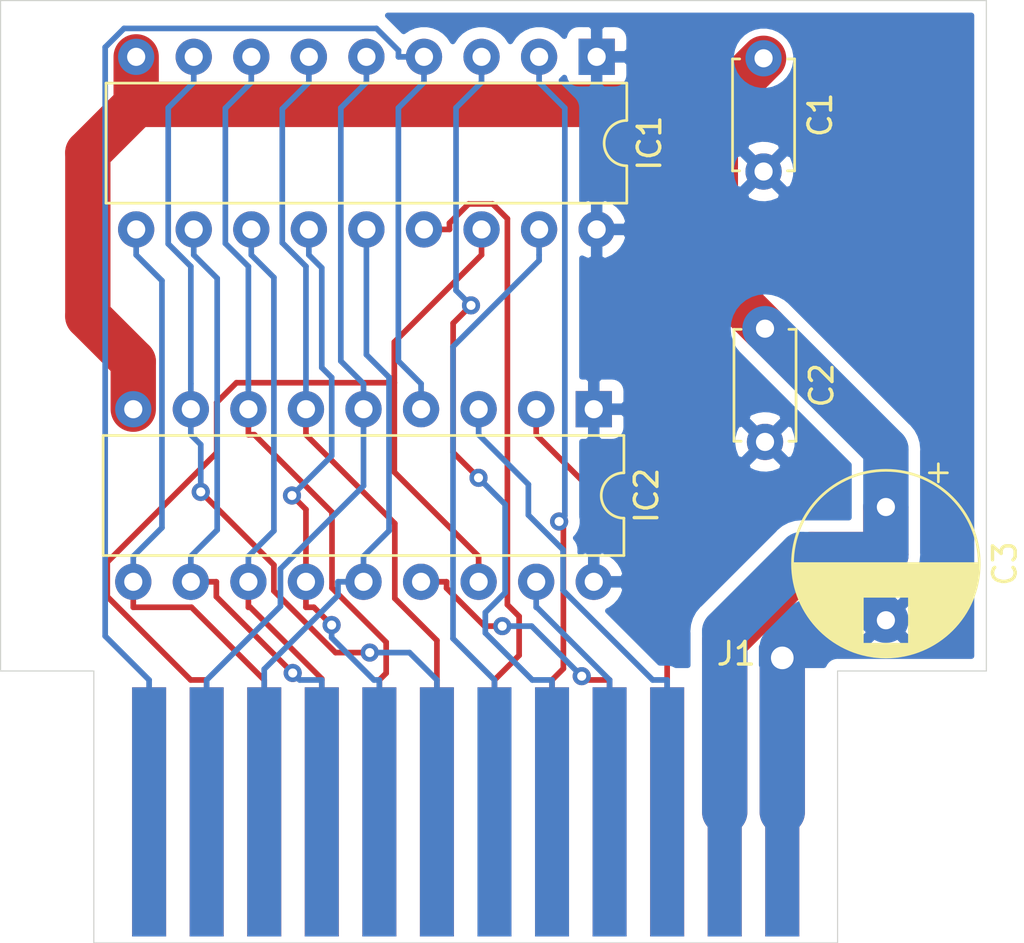
<source format=kicad_pcb>
(kicad_pcb (version 20171130) (host pcbnew "(5.1.5)-3")

  (general
    (thickness 1.6)
    (drawings 8)
    (tracks 235)
    (zones 0)
    (modules 6)
    (nets 22)
  )

  (page A4)
  (layers
    (0 F.Cu signal)
    (31 B.Cu signal)
    (32 B.Adhes user)
    (33 F.Adhes user)
    (34 B.Paste user)
    (35 F.Paste user)
    (36 B.SilkS user)
    (37 F.SilkS user)
    (38 B.Mask user)
    (39 F.Mask user)
    (40 Dwgs.User user)
    (41 Cmts.User user)
    (42 Eco1.User user)
    (43 Eco2.User user)
    (44 Edge.Cuts user)
    (45 Margin user)
    (46 B.CrtYd user)
    (47 F.CrtYd user)
    (48 B.Fab user)
    (49 F.Fab user)
  )

  (setup
    (last_trace_width 0.25)
    (trace_clearance 0.2)
    (zone_clearance 0.508)
    (zone_45_only no)
    (trace_min 0.2)
    (via_size 0.8)
    (via_drill 0.4)
    (via_min_size 0.4)
    (via_min_drill 0.3)
    (uvia_size 0.3)
    (uvia_drill 0.1)
    (uvias_allowed no)
    (uvia_min_size 0.2)
    (uvia_min_drill 0.1)
    (edge_width 0.05)
    (segment_width 0.2)
    (pcb_text_width 0.3)
    (pcb_text_size 1.5 1.5)
    (mod_edge_width 0.12)
    (mod_text_size 1 1)
    (mod_text_width 0.15)
    (pad_size 1.524 1.524)
    (pad_drill 0.762)
    (pad_to_mask_clearance 0.051)
    (solder_mask_min_width 0.25)
    (aux_axis_origin 0 0)
    (visible_elements 7FFFFFFF)
    (pcbplotparams
      (layerselection 0x010fc_ffffffff)
      (usegerberextensions false)
      (usegerberattributes false)
      (usegerberadvancedattributes false)
      (creategerberjobfile false)
      (excludeedgelayer true)
      (linewidth 0.100000)
      (plotframeref false)
      (viasonmask false)
      (mode 1)
      (useauxorigin false)
      (hpglpennumber 1)
      (hpglpenspeed 20)
      (hpglpendiameter 15.000000)
      (psnegative false)
      (psa4output false)
      (plotreference true)
      (plotvalue true)
      (plotinvisibletext false)
      (padsonsilk false)
      (subtractmaskfromsilk false)
      (outputformat 1)
      (mirror false)
      (drillshape 1)
      (scaleselection 1)
      (outputdirectory ""))
  )

  (net 0 "")
  (net 1 GND)
  (net 2 +5V)
  (net 3 1_DQ4)
  (net 4 A4)
  (net 5 _CAS1)
  (net 6 A5)
  (net 7 1_DQ3)
  (net 8 A6)
  (net 9 A0)
  (net 10 _RAS)
  (net 11 A1)
  (net 12 _WE)
  (net 13 A2)
  (net 14 1_DQ2)
  (net 15 A3)
  (net 16 1_DQ1)
  (net 17 A7)
  (net 18 2_DQ4)
  (net 19 2_DQ3)
  (net 20 2_DQ2)
  (net 21 2_DQ1)

  (net_class Default "This is the default net class."
    (clearance 0.2)
    (trace_width 0.25)
    (via_dia 0.8)
    (via_drill 0.4)
    (uvia_dia 0.3)
    (uvia_drill 0.1)
    (add_net 1_DQ1)
    (add_net 1_DQ2)
    (add_net 1_DQ3)
    (add_net 1_DQ4)
    (add_net 2_DQ1)
    (add_net 2_DQ2)
    (add_net 2_DQ3)
    (add_net 2_DQ4)
    (add_net A0)
    (add_net A1)
    (add_net A2)
    (add_net A3)
    (add_net A4)
    (add_net A5)
    (add_net A6)
    (add_net A7)
    (add_net _CAS1)
    (add_net _RAS)
    (add_net _WE)
  )

  (net_class power ""
    (clearance 0.3)
    (trace_width 2)
    (via_dia 2)
    (via_drill 1)
    (uvia_dia 0.4)
    (uvia_drill 0.1)
    (add_net +5V)
    (add_net GND)
  )

  (module Capacitor_THT:C_Disc_D4.7mm_W2.5mm_P5.00mm (layer F.Cu) (tedit 5AE50EF0) (tstamp 6182077E)
    (at 149.733 78.486 270)
    (descr "C, Disc series, Radial, pin pitch=5.00mm, , diameter*width=4.7*2.5mm^2, Capacitor, http://www.vishay.com/docs/45233/krseries.pdf")
    (tags "C Disc series Radial pin pitch 5.00mm  diameter 4.7mm width 2.5mm Capacitor")
    (path /6189B481)
    (fp_text reference C2 (at 2.5 -2.5 90) (layer F.SilkS)
      (effects (font (size 1 1) (thickness 0.15)))
    )
    (fp_text value 100nF (at 2.5 2.5 90) (layer F.Fab)
      (effects (font (size 1 1) (thickness 0.15)))
    )
    (fp_text user %R (at 2.5 -0.127 90) (layer F.Fab)
      (effects (font (size 0.94 0.94) (thickness 0.141)))
    )
    (fp_line (start 6.05 -1.5) (end -1.05 -1.5) (layer F.CrtYd) (width 0.05))
    (fp_line (start 6.05 1.5) (end 6.05 -1.5) (layer F.CrtYd) (width 0.05))
    (fp_line (start -1.05 1.5) (end 6.05 1.5) (layer F.CrtYd) (width 0.05))
    (fp_line (start -1.05 -1.5) (end -1.05 1.5) (layer F.CrtYd) (width 0.05))
    (fp_line (start 4.97 1.055) (end 4.97 1.37) (layer F.SilkS) (width 0.12))
    (fp_line (start 4.97 -1.37) (end 4.97 -1.055) (layer F.SilkS) (width 0.12))
    (fp_line (start 0.03 1.055) (end 0.03 1.37) (layer F.SilkS) (width 0.12))
    (fp_line (start 0.03 -1.37) (end 0.03 -1.055) (layer F.SilkS) (width 0.12))
    (fp_line (start 0.03 1.37) (end 4.97 1.37) (layer F.SilkS) (width 0.12))
    (fp_line (start 0.03 -1.37) (end 4.97 -1.37) (layer F.SilkS) (width 0.12))
    (fp_line (start 4.85 -1.25) (end 0.15 -1.25) (layer F.Fab) (width 0.1))
    (fp_line (start 4.85 1.25) (end 4.85 -1.25) (layer F.Fab) (width 0.1))
    (fp_line (start 0.15 1.25) (end 4.85 1.25) (layer F.Fab) (width 0.1))
    (fp_line (start 0.15 -1.25) (end 0.15 1.25) (layer F.Fab) (width 0.1))
    (pad 2 thru_hole circle (at 5 0 270) (size 1.6 1.6) (drill 0.8) (layers *.Cu *.Mask)
      (net 1 GND))
    (pad 1 thru_hole circle (at 0 0 270) (size 1.6 1.6) (drill 0.8) (layers *.Cu *.Mask)
      (net 2 +5V))
    (model ${KISYS3DMOD}/Capacitor_THT.3dshapes/C_Disc_D4.7mm_W2.5mm_P5.00mm.wrl
      (at (xyz 0 0 0))
      (scale (xyz 1 1 1))
      (rotate (xyz 0 0 0))
    )
  )

  (module Capacitor_THT:C_Disc_D4.7mm_W2.5mm_P5.00mm (layer F.Cu) (tedit 5AE50EF0) (tstamp 61820769)
    (at 149.67 66.548 270)
    (descr "C, Disc series, Radial, pin pitch=5.00mm, , diameter*width=4.7*2.5mm^2, Capacitor, http://www.vishay.com/docs/45233/krseries.pdf")
    (tags "C Disc series Radial pin pitch 5.00mm  diameter 4.7mm width 2.5mm Capacitor")
    (path /6189A399)
    (fp_text reference C1 (at 2.5 -2.5 90) (layer F.SilkS)
      (effects (font (size 1 1) (thickness 0.15)))
    )
    (fp_text value 100nF (at 2.5 2.5 90) (layer F.Fab)
      (effects (font (size 1 1) (thickness 0.15)))
    )
    (fp_text user %R (at 2.9845 -0.444 90) (layer F.Fab)
      (effects (font (size 0.94 0.94) (thickness 0.141)))
    )
    (fp_line (start 6.05 -1.5) (end -1.05 -1.5) (layer F.CrtYd) (width 0.05))
    (fp_line (start 6.05 1.5) (end 6.05 -1.5) (layer F.CrtYd) (width 0.05))
    (fp_line (start -1.05 1.5) (end 6.05 1.5) (layer F.CrtYd) (width 0.05))
    (fp_line (start -1.05 -1.5) (end -1.05 1.5) (layer F.CrtYd) (width 0.05))
    (fp_line (start 4.97 1.055) (end 4.97 1.37) (layer F.SilkS) (width 0.12))
    (fp_line (start 4.97 -1.37) (end 4.97 -1.055) (layer F.SilkS) (width 0.12))
    (fp_line (start 0.03 1.055) (end 0.03 1.37) (layer F.SilkS) (width 0.12))
    (fp_line (start 0.03 -1.37) (end 0.03 -1.055) (layer F.SilkS) (width 0.12))
    (fp_line (start 0.03 1.37) (end 4.97 1.37) (layer F.SilkS) (width 0.12))
    (fp_line (start 0.03 -1.37) (end 4.97 -1.37) (layer F.SilkS) (width 0.12))
    (fp_line (start 4.85 -1.25) (end 0.15 -1.25) (layer F.Fab) (width 0.1))
    (fp_line (start 4.85 1.25) (end 4.85 -1.25) (layer F.Fab) (width 0.1))
    (fp_line (start 0.15 1.25) (end 4.85 1.25) (layer F.Fab) (width 0.1))
    (fp_line (start 0.15 -1.25) (end 0.15 1.25) (layer F.Fab) (width 0.1))
    (pad 2 thru_hole circle (at 5 0 270) (size 1.6 1.6) (drill 0.8) (layers *.Cu *.Mask)
      (net 1 GND))
    (pad 1 thru_hole circle (at 0 0 270) (size 1.6 1.6) (drill 0.8) (layers *.Cu *.Mask)
      (net 2 +5V))
    (model ${KISYS3DMOD}/Capacitor_THT.3dshapes/C_Disc_D4.7mm_W2.5mm_P5.00mm.wrl
      (at (xyz 0 0 0))
      (scale (xyz 1 1 1))
      (rotate (xyz 0 0 0))
    )
  )

  (module Capacitor_THT:CP_Radial_D8.0mm_P5.00mm (layer F.Cu) (tedit 5AE50EF0) (tstamp 61820827)
    (at 155.067 86.36 270)
    (descr "CP, Radial series, Radial, pin pitch=5.00mm, , diameter=8mm, Electrolytic Capacitor")
    (tags "CP Radial series Radial pin pitch 5.00mm  diameter 8mm Electrolytic Capacitor")
    (path /6189BDDE)
    (fp_text reference C3 (at 2.5 -5.25 90) (layer F.SilkS)
      (effects (font (size 1 1) (thickness 0.15)))
    )
    (fp_text value 47uf/16V (at 2.5 5.25 90) (layer F.Fab)
      (effects (font (size 1 1) (thickness 0.15)))
    )
    (fp_text user %R (at 2.5 0 90) (layer F.Fab)
      (effects (font (size 1 1) (thickness 0.15)))
    )
    (fp_line (start -1.509698 -2.715) (end -1.509698 -1.915) (layer F.SilkS) (width 0.12))
    (fp_line (start -1.909698 -2.315) (end -1.109698 -2.315) (layer F.SilkS) (width 0.12))
    (fp_line (start 6.581 -0.533) (end 6.581 0.533) (layer F.SilkS) (width 0.12))
    (fp_line (start 6.541 -0.768) (end 6.541 0.768) (layer F.SilkS) (width 0.12))
    (fp_line (start 6.501 -0.948) (end 6.501 0.948) (layer F.SilkS) (width 0.12))
    (fp_line (start 6.461 -1.098) (end 6.461 1.098) (layer F.SilkS) (width 0.12))
    (fp_line (start 6.421 -1.229) (end 6.421 1.229) (layer F.SilkS) (width 0.12))
    (fp_line (start 6.381 -1.346) (end 6.381 1.346) (layer F.SilkS) (width 0.12))
    (fp_line (start 6.341 -1.453) (end 6.341 1.453) (layer F.SilkS) (width 0.12))
    (fp_line (start 6.301 -1.552) (end 6.301 1.552) (layer F.SilkS) (width 0.12))
    (fp_line (start 6.261 -1.645) (end 6.261 1.645) (layer F.SilkS) (width 0.12))
    (fp_line (start 6.221 -1.731) (end 6.221 1.731) (layer F.SilkS) (width 0.12))
    (fp_line (start 6.181 -1.813) (end 6.181 1.813) (layer F.SilkS) (width 0.12))
    (fp_line (start 6.141 -1.89) (end 6.141 1.89) (layer F.SilkS) (width 0.12))
    (fp_line (start 6.101 -1.964) (end 6.101 1.964) (layer F.SilkS) (width 0.12))
    (fp_line (start 6.061 -2.034) (end 6.061 2.034) (layer F.SilkS) (width 0.12))
    (fp_line (start 6.021 1.04) (end 6.021 2.102) (layer F.SilkS) (width 0.12))
    (fp_line (start 6.021 -2.102) (end 6.021 -1.04) (layer F.SilkS) (width 0.12))
    (fp_line (start 5.981 1.04) (end 5.981 2.166) (layer F.SilkS) (width 0.12))
    (fp_line (start 5.981 -2.166) (end 5.981 -1.04) (layer F.SilkS) (width 0.12))
    (fp_line (start 5.941 1.04) (end 5.941 2.228) (layer F.SilkS) (width 0.12))
    (fp_line (start 5.941 -2.228) (end 5.941 -1.04) (layer F.SilkS) (width 0.12))
    (fp_line (start 5.901 1.04) (end 5.901 2.287) (layer F.SilkS) (width 0.12))
    (fp_line (start 5.901 -2.287) (end 5.901 -1.04) (layer F.SilkS) (width 0.12))
    (fp_line (start 5.861 1.04) (end 5.861 2.345) (layer F.SilkS) (width 0.12))
    (fp_line (start 5.861 -2.345) (end 5.861 -1.04) (layer F.SilkS) (width 0.12))
    (fp_line (start 5.821 1.04) (end 5.821 2.4) (layer F.SilkS) (width 0.12))
    (fp_line (start 5.821 -2.4) (end 5.821 -1.04) (layer F.SilkS) (width 0.12))
    (fp_line (start 5.781 1.04) (end 5.781 2.454) (layer F.SilkS) (width 0.12))
    (fp_line (start 5.781 -2.454) (end 5.781 -1.04) (layer F.SilkS) (width 0.12))
    (fp_line (start 5.741 1.04) (end 5.741 2.505) (layer F.SilkS) (width 0.12))
    (fp_line (start 5.741 -2.505) (end 5.741 -1.04) (layer F.SilkS) (width 0.12))
    (fp_line (start 5.701 1.04) (end 5.701 2.556) (layer F.SilkS) (width 0.12))
    (fp_line (start 5.701 -2.556) (end 5.701 -1.04) (layer F.SilkS) (width 0.12))
    (fp_line (start 5.661 1.04) (end 5.661 2.604) (layer F.SilkS) (width 0.12))
    (fp_line (start 5.661 -2.604) (end 5.661 -1.04) (layer F.SilkS) (width 0.12))
    (fp_line (start 5.621 1.04) (end 5.621 2.651) (layer F.SilkS) (width 0.12))
    (fp_line (start 5.621 -2.651) (end 5.621 -1.04) (layer F.SilkS) (width 0.12))
    (fp_line (start 5.581 1.04) (end 5.581 2.697) (layer F.SilkS) (width 0.12))
    (fp_line (start 5.581 -2.697) (end 5.581 -1.04) (layer F.SilkS) (width 0.12))
    (fp_line (start 5.541 1.04) (end 5.541 2.741) (layer F.SilkS) (width 0.12))
    (fp_line (start 5.541 -2.741) (end 5.541 -1.04) (layer F.SilkS) (width 0.12))
    (fp_line (start 5.501 1.04) (end 5.501 2.784) (layer F.SilkS) (width 0.12))
    (fp_line (start 5.501 -2.784) (end 5.501 -1.04) (layer F.SilkS) (width 0.12))
    (fp_line (start 5.461 1.04) (end 5.461 2.826) (layer F.SilkS) (width 0.12))
    (fp_line (start 5.461 -2.826) (end 5.461 -1.04) (layer F.SilkS) (width 0.12))
    (fp_line (start 5.421 1.04) (end 5.421 2.867) (layer F.SilkS) (width 0.12))
    (fp_line (start 5.421 -2.867) (end 5.421 -1.04) (layer F.SilkS) (width 0.12))
    (fp_line (start 5.381 1.04) (end 5.381 2.907) (layer F.SilkS) (width 0.12))
    (fp_line (start 5.381 -2.907) (end 5.381 -1.04) (layer F.SilkS) (width 0.12))
    (fp_line (start 5.341 1.04) (end 5.341 2.945) (layer F.SilkS) (width 0.12))
    (fp_line (start 5.341 -2.945) (end 5.341 -1.04) (layer F.SilkS) (width 0.12))
    (fp_line (start 5.301 1.04) (end 5.301 2.983) (layer F.SilkS) (width 0.12))
    (fp_line (start 5.301 -2.983) (end 5.301 -1.04) (layer F.SilkS) (width 0.12))
    (fp_line (start 5.261 1.04) (end 5.261 3.019) (layer F.SilkS) (width 0.12))
    (fp_line (start 5.261 -3.019) (end 5.261 -1.04) (layer F.SilkS) (width 0.12))
    (fp_line (start 5.221 1.04) (end 5.221 3.055) (layer F.SilkS) (width 0.12))
    (fp_line (start 5.221 -3.055) (end 5.221 -1.04) (layer F.SilkS) (width 0.12))
    (fp_line (start 5.181 1.04) (end 5.181 3.09) (layer F.SilkS) (width 0.12))
    (fp_line (start 5.181 -3.09) (end 5.181 -1.04) (layer F.SilkS) (width 0.12))
    (fp_line (start 5.141 1.04) (end 5.141 3.124) (layer F.SilkS) (width 0.12))
    (fp_line (start 5.141 -3.124) (end 5.141 -1.04) (layer F.SilkS) (width 0.12))
    (fp_line (start 5.101 1.04) (end 5.101 3.156) (layer F.SilkS) (width 0.12))
    (fp_line (start 5.101 -3.156) (end 5.101 -1.04) (layer F.SilkS) (width 0.12))
    (fp_line (start 5.061 1.04) (end 5.061 3.189) (layer F.SilkS) (width 0.12))
    (fp_line (start 5.061 -3.189) (end 5.061 -1.04) (layer F.SilkS) (width 0.12))
    (fp_line (start 5.021 1.04) (end 5.021 3.22) (layer F.SilkS) (width 0.12))
    (fp_line (start 5.021 -3.22) (end 5.021 -1.04) (layer F.SilkS) (width 0.12))
    (fp_line (start 4.981 1.04) (end 4.981 3.25) (layer F.SilkS) (width 0.12))
    (fp_line (start 4.981 -3.25) (end 4.981 -1.04) (layer F.SilkS) (width 0.12))
    (fp_line (start 4.941 1.04) (end 4.941 3.28) (layer F.SilkS) (width 0.12))
    (fp_line (start 4.941 -3.28) (end 4.941 -1.04) (layer F.SilkS) (width 0.12))
    (fp_line (start 4.901 1.04) (end 4.901 3.309) (layer F.SilkS) (width 0.12))
    (fp_line (start 4.901 -3.309) (end 4.901 -1.04) (layer F.SilkS) (width 0.12))
    (fp_line (start 4.861 1.04) (end 4.861 3.338) (layer F.SilkS) (width 0.12))
    (fp_line (start 4.861 -3.338) (end 4.861 -1.04) (layer F.SilkS) (width 0.12))
    (fp_line (start 4.821 1.04) (end 4.821 3.365) (layer F.SilkS) (width 0.12))
    (fp_line (start 4.821 -3.365) (end 4.821 -1.04) (layer F.SilkS) (width 0.12))
    (fp_line (start 4.781 1.04) (end 4.781 3.392) (layer F.SilkS) (width 0.12))
    (fp_line (start 4.781 -3.392) (end 4.781 -1.04) (layer F.SilkS) (width 0.12))
    (fp_line (start 4.741 1.04) (end 4.741 3.418) (layer F.SilkS) (width 0.12))
    (fp_line (start 4.741 -3.418) (end 4.741 -1.04) (layer F.SilkS) (width 0.12))
    (fp_line (start 4.701 1.04) (end 4.701 3.444) (layer F.SilkS) (width 0.12))
    (fp_line (start 4.701 -3.444) (end 4.701 -1.04) (layer F.SilkS) (width 0.12))
    (fp_line (start 4.661 1.04) (end 4.661 3.469) (layer F.SilkS) (width 0.12))
    (fp_line (start 4.661 -3.469) (end 4.661 -1.04) (layer F.SilkS) (width 0.12))
    (fp_line (start 4.621 1.04) (end 4.621 3.493) (layer F.SilkS) (width 0.12))
    (fp_line (start 4.621 -3.493) (end 4.621 -1.04) (layer F.SilkS) (width 0.12))
    (fp_line (start 4.581 1.04) (end 4.581 3.517) (layer F.SilkS) (width 0.12))
    (fp_line (start 4.581 -3.517) (end 4.581 -1.04) (layer F.SilkS) (width 0.12))
    (fp_line (start 4.541 1.04) (end 4.541 3.54) (layer F.SilkS) (width 0.12))
    (fp_line (start 4.541 -3.54) (end 4.541 -1.04) (layer F.SilkS) (width 0.12))
    (fp_line (start 4.501 1.04) (end 4.501 3.562) (layer F.SilkS) (width 0.12))
    (fp_line (start 4.501 -3.562) (end 4.501 -1.04) (layer F.SilkS) (width 0.12))
    (fp_line (start 4.461 1.04) (end 4.461 3.584) (layer F.SilkS) (width 0.12))
    (fp_line (start 4.461 -3.584) (end 4.461 -1.04) (layer F.SilkS) (width 0.12))
    (fp_line (start 4.421 1.04) (end 4.421 3.606) (layer F.SilkS) (width 0.12))
    (fp_line (start 4.421 -3.606) (end 4.421 -1.04) (layer F.SilkS) (width 0.12))
    (fp_line (start 4.381 1.04) (end 4.381 3.627) (layer F.SilkS) (width 0.12))
    (fp_line (start 4.381 -3.627) (end 4.381 -1.04) (layer F.SilkS) (width 0.12))
    (fp_line (start 4.341 1.04) (end 4.341 3.647) (layer F.SilkS) (width 0.12))
    (fp_line (start 4.341 -3.647) (end 4.341 -1.04) (layer F.SilkS) (width 0.12))
    (fp_line (start 4.301 1.04) (end 4.301 3.666) (layer F.SilkS) (width 0.12))
    (fp_line (start 4.301 -3.666) (end 4.301 -1.04) (layer F.SilkS) (width 0.12))
    (fp_line (start 4.261 1.04) (end 4.261 3.686) (layer F.SilkS) (width 0.12))
    (fp_line (start 4.261 -3.686) (end 4.261 -1.04) (layer F.SilkS) (width 0.12))
    (fp_line (start 4.221 1.04) (end 4.221 3.704) (layer F.SilkS) (width 0.12))
    (fp_line (start 4.221 -3.704) (end 4.221 -1.04) (layer F.SilkS) (width 0.12))
    (fp_line (start 4.181 1.04) (end 4.181 3.722) (layer F.SilkS) (width 0.12))
    (fp_line (start 4.181 -3.722) (end 4.181 -1.04) (layer F.SilkS) (width 0.12))
    (fp_line (start 4.141 1.04) (end 4.141 3.74) (layer F.SilkS) (width 0.12))
    (fp_line (start 4.141 -3.74) (end 4.141 -1.04) (layer F.SilkS) (width 0.12))
    (fp_line (start 4.101 1.04) (end 4.101 3.757) (layer F.SilkS) (width 0.12))
    (fp_line (start 4.101 -3.757) (end 4.101 -1.04) (layer F.SilkS) (width 0.12))
    (fp_line (start 4.061 1.04) (end 4.061 3.774) (layer F.SilkS) (width 0.12))
    (fp_line (start 4.061 -3.774) (end 4.061 -1.04) (layer F.SilkS) (width 0.12))
    (fp_line (start 4.021 1.04) (end 4.021 3.79) (layer F.SilkS) (width 0.12))
    (fp_line (start 4.021 -3.79) (end 4.021 -1.04) (layer F.SilkS) (width 0.12))
    (fp_line (start 3.981 1.04) (end 3.981 3.805) (layer F.SilkS) (width 0.12))
    (fp_line (start 3.981 -3.805) (end 3.981 -1.04) (layer F.SilkS) (width 0.12))
    (fp_line (start 3.941 -3.821) (end 3.941 3.821) (layer F.SilkS) (width 0.12))
    (fp_line (start 3.901 -3.835) (end 3.901 3.835) (layer F.SilkS) (width 0.12))
    (fp_line (start 3.861 -3.85) (end 3.861 3.85) (layer F.SilkS) (width 0.12))
    (fp_line (start 3.821 -3.863) (end 3.821 3.863) (layer F.SilkS) (width 0.12))
    (fp_line (start 3.781 -3.877) (end 3.781 3.877) (layer F.SilkS) (width 0.12))
    (fp_line (start 3.741 -3.889) (end 3.741 3.889) (layer F.SilkS) (width 0.12))
    (fp_line (start 3.701 -3.902) (end 3.701 3.902) (layer F.SilkS) (width 0.12))
    (fp_line (start 3.661 -3.914) (end 3.661 3.914) (layer F.SilkS) (width 0.12))
    (fp_line (start 3.621 -3.925) (end 3.621 3.925) (layer F.SilkS) (width 0.12))
    (fp_line (start 3.581 -3.936) (end 3.581 3.936) (layer F.SilkS) (width 0.12))
    (fp_line (start 3.541 -3.947) (end 3.541 3.947) (layer F.SilkS) (width 0.12))
    (fp_line (start 3.501 -3.957) (end 3.501 3.957) (layer F.SilkS) (width 0.12))
    (fp_line (start 3.461 -3.967) (end 3.461 3.967) (layer F.SilkS) (width 0.12))
    (fp_line (start 3.421 -3.976) (end 3.421 3.976) (layer F.SilkS) (width 0.12))
    (fp_line (start 3.381 -3.985) (end 3.381 3.985) (layer F.SilkS) (width 0.12))
    (fp_line (start 3.341 -3.994) (end 3.341 3.994) (layer F.SilkS) (width 0.12))
    (fp_line (start 3.301 -4.002) (end 3.301 4.002) (layer F.SilkS) (width 0.12))
    (fp_line (start 3.261 -4.01) (end 3.261 4.01) (layer F.SilkS) (width 0.12))
    (fp_line (start 3.221 -4.017) (end 3.221 4.017) (layer F.SilkS) (width 0.12))
    (fp_line (start 3.18 -4.024) (end 3.18 4.024) (layer F.SilkS) (width 0.12))
    (fp_line (start 3.14 -4.03) (end 3.14 4.03) (layer F.SilkS) (width 0.12))
    (fp_line (start 3.1 -4.037) (end 3.1 4.037) (layer F.SilkS) (width 0.12))
    (fp_line (start 3.06 -4.042) (end 3.06 4.042) (layer F.SilkS) (width 0.12))
    (fp_line (start 3.02 -4.048) (end 3.02 4.048) (layer F.SilkS) (width 0.12))
    (fp_line (start 2.98 -4.052) (end 2.98 4.052) (layer F.SilkS) (width 0.12))
    (fp_line (start 2.94 -4.057) (end 2.94 4.057) (layer F.SilkS) (width 0.12))
    (fp_line (start 2.9 -4.061) (end 2.9 4.061) (layer F.SilkS) (width 0.12))
    (fp_line (start 2.86 -4.065) (end 2.86 4.065) (layer F.SilkS) (width 0.12))
    (fp_line (start 2.82 -4.068) (end 2.82 4.068) (layer F.SilkS) (width 0.12))
    (fp_line (start 2.78 -4.071) (end 2.78 4.071) (layer F.SilkS) (width 0.12))
    (fp_line (start 2.74 -4.074) (end 2.74 4.074) (layer F.SilkS) (width 0.12))
    (fp_line (start 2.7 -4.076) (end 2.7 4.076) (layer F.SilkS) (width 0.12))
    (fp_line (start 2.66 -4.077) (end 2.66 4.077) (layer F.SilkS) (width 0.12))
    (fp_line (start 2.62 -4.079) (end 2.62 4.079) (layer F.SilkS) (width 0.12))
    (fp_line (start 2.58 -4.08) (end 2.58 4.08) (layer F.SilkS) (width 0.12))
    (fp_line (start 2.54 -4.08) (end 2.54 4.08) (layer F.SilkS) (width 0.12))
    (fp_line (start 2.5 -4.08) (end 2.5 4.08) (layer F.SilkS) (width 0.12))
    (fp_line (start -0.526759 -2.1475) (end -0.526759 -1.3475) (layer F.Fab) (width 0.1))
    (fp_line (start -0.926759 -1.7475) (end -0.126759 -1.7475) (layer F.Fab) (width 0.1))
    (fp_circle (center 2.5 0) (end 6.75 0) (layer F.CrtYd) (width 0.05))
    (fp_circle (center 2.5 0) (end 6.62 0) (layer F.SilkS) (width 0.12))
    (fp_circle (center 2.5 0) (end 6.5 0) (layer F.Fab) (width 0.1))
    (pad 2 thru_hole circle (at 5 0 270) (size 1.6 1.6) (drill 0.8) (layers *.Cu *.Mask)
      (net 1 GND))
    (pad 1 thru_hole rect (at 0 0 270) (size 1.6 1.6) (drill 0.8) (layers *.Cu *.Mask)
      (net 2 +5V))
    (model ${KISYS3DMOD}/Capacitor_THT.3dshapes/CP_Radial_D8.0mm_P5.00mm.wrl
      (at (xyz 0 0 0))
      (scale (xyz 1 1 1))
      (rotate (xyz 0 0 0))
    )
  )

  (module "msx cartridge:msx_vram_expansion" (layer F.Cu) (tedit 61819B2D) (tstamp 6182029F)
    (at 136.451 99.8957)
    (path /61834C72)
    (fp_text reference J1 (at 12.01166 -7.05866) (layer F.SilkS)
      (effects (font (size 1 1) (thickness 0.15)))
    )
    (fp_text value Conn_02x12_edgeconn_vram (at 0 -7.62) (layer F.Fab)
      (effects (font (size 1 1) (thickness 0.15)))
    )
    (pad B9 connect rect (at 6.42366 -0.07366) (size 1.5 11) (layers F.Cu F.Mask)
      (net 19 2_DQ3))
    (pad B10 connect rect (at 8.96366 -0.07366) (size 1.5 11) (layers F.Cu F.Mask)
      (net 21 2_DQ1))
    (pad B11 connect rect (at 11.50366 -0.07366) (size 1.5 11) (layers F.Cu F.Mask)
      (net 2 +5V))
    (pad B12 connect rect (at 14.04366 -0.07366) (size 1.5 11) (layers F.Cu F.Mask)
      (net 1 GND))
    (pad B8 connect rect (at 3.88366 -0.07366) (size 1.5 11) (layers F.Cu F.Mask)
      (net 16 1_DQ1))
    (pad B7 connect rect (at 1.34366 -0.07366) (size 1.5 11) (layers F.Cu F.Mask)
      (net 7 1_DQ3))
    (pad B6 connect rect (at -1.19634 -0.07366) (size 1.5 11) (layers F.Cu F.Mask)
      (net 8 A6))
    (pad B5 connect rect (at -3.73634 -0.07366) (size 1.5 11) (layers F.Cu F.Mask)
      (net 6 A5))
    (pad B4 connect rect (at -6.27634 -0.07366) (size 1.5 11) (layers F.Cu F.Mask)
      (net 13 A2))
    (pad B3 connect rect (at -8.81634 -0.07366) (size 1.5 11) (layers F.Cu F.Mask)
      (net 17 A7))
    (pad B2 connect rect (at -11.35634 -0.07366) (size 1.5 11) (layers F.Cu F.Mask)
      (net 5 _CAS1))
    (pad B1 connect rect (at -13.89634 -0.07366) (size 1.5 11) (layers F.Cu F.Mask))
    (pad A1 connect rect (at -13.89634 -0.07366) (size 1.5 11) (layers B.Cu B.Mask)
      (net 12 _WE))
    (pad A2 connect rect (at -11.35634 -0.07366) (size 1.5 11) (layers B.Cu B.Mask)
      (net 10 _RAS))
    (pad A3 connect rect (at -8.81634 -0.07366) (size 1.5 11) (layers B.Cu B.Mask)
      (net 9 A0))
    (pad A4 connect rect (at -6.27634 -0.07366) (size 1.5 11) (layers B.Cu B.Mask)
      (net 15 A3))
    (pad A5 connect rect (at -3.73634 -0.07366) (size 1.5 11) (layers B.Cu B.Mask)
      (net 11 A1))
    (pad A6 connect rect (at -1.19634 -0.07366) (size 1.5 11) (layers B.Cu B.Mask)
      (net 4 A4))
    (pad A7 connect rect (at 1.34366 -0.07366) (size 1.5 11) (layers B.Cu B.Mask)
      (net 3 1_DQ4))
    (pad A8 connect rect (at 3.88366 -0.07366) (size 1.5 11) (layers B.Cu B.Mask)
      (net 14 1_DQ2))
    (pad A9 connect rect (at 6.42366 -0.07366) (size 1.5 11) (layers B.Cu B.Mask)
      (net 18 2_DQ4))
    (pad A10 connect rect (at 8.96366 -0.07366) (size 1.5 11) (layers B.Cu B.Mask)
      (net 20 2_DQ2))
    (pad A11 connect rect (at 11.50366 -0.07366) (size 1.5 11) (layers B.Cu B.Mask)
      (net 2 +5V))
    (pad A12 connect rect (at 14.04366 -0.07366) (size 1.5 11) (layers B.Cu B.Mask)
      (net 1 GND))
  )

  (module Package_DIP:DIP-18_W7.62mm (layer F.Cu) (tedit 5A02E8C5) (tstamp 61820283)
    (at 142.176 82.042 270)
    (descr "18-lead though-hole mounted DIP package, row spacing 7.62 mm (300 mils)")
    (tags "THT DIP DIL PDIP 2.54mm 7.62mm 300mil")
    (path /61836B95)
    (fp_text reference IC2 (at 3.81 -2.33 90) (layer F.SilkS)
      (effects (font (size 1 1) (thickness 0.15)))
    )
    (fp_text value DRAM_4464 (at 3.81 22.65 90) (layer F.Fab)
      (effects (font (size 1 1) (thickness 0.15)))
    )
    (fp_text user %R (at 3.81 10.16 90) (layer F.Fab)
      (effects (font (size 1 1) (thickness 0.15)))
    )
    (fp_line (start 8.7 -1.55) (end -1.1 -1.55) (layer F.CrtYd) (width 0.05))
    (fp_line (start 8.7 21.85) (end 8.7 -1.55) (layer F.CrtYd) (width 0.05))
    (fp_line (start -1.1 21.85) (end 8.7 21.85) (layer F.CrtYd) (width 0.05))
    (fp_line (start -1.1 -1.55) (end -1.1 21.85) (layer F.CrtYd) (width 0.05))
    (fp_line (start 6.46 -1.33) (end 4.81 -1.33) (layer F.SilkS) (width 0.12))
    (fp_line (start 6.46 21.65) (end 6.46 -1.33) (layer F.SilkS) (width 0.12))
    (fp_line (start 1.16 21.65) (end 6.46 21.65) (layer F.SilkS) (width 0.12))
    (fp_line (start 1.16 -1.33) (end 1.16 21.65) (layer F.SilkS) (width 0.12))
    (fp_line (start 2.81 -1.33) (end 1.16 -1.33) (layer F.SilkS) (width 0.12))
    (fp_line (start 0.635 -0.27) (end 1.635 -1.27) (layer F.Fab) (width 0.1))
    (fp_line (start 0.635 21.59) (end 0.635 -0.27) (layer F.Fab) (width 0.1))
    (fp_line (start 6.985 21.59) (end 0.635 21.59) (layer F.Fab) (width 0.1))
    (fp_line (start 6.985 -1.27) (end 6.985 21.59) (layer F.Fab) (width 0.1))
    (fp_line (start 1.635 -1.27) (end 6.985 -1.27) (layer F.Fab) (width 0.1))
    (fp_arc (start 3.81 -1.33) (end 2.81 -1.33) (angle -180) (layer F.SilkS) (width 0.12))
    (pad 18 thru_hole oval (at 7.62 0 270) (size 1.6 1.6) (drill 0.8) (layers *.Cu *.Mask)
      (net 1 GND))
    (pad 9 thru_hole oval (at 0 20.32 270) (size 1.6 1.6) (drill 0.8) (layers *.Cu *.Mask)
      (net 2 +5V))
    (pad 17 thru_hole oval (at 7.62 2.54 270) (size 1.6 1.6) (drill 0.8) (layers *.Cu *.Mask)
      (net 18 2_DQ4))
    (pad 8 thru_hole oval (at 0 17.78 270) (size 1.6 1.6) (drill 0.8) (layers *.Cu *.Mask)
      (net 4 A4))
    (pad 16 thru_hole oval (at 7.62 5.08 270) (size 1.6 1.6) (drill 0.8) (layers *.Cu *.Mask)
      (net 5 _CAS1))
    (pad 7 thru_hole oval (at 0 15.24 270) (size 1.6 1.6) (drill 0.8) (layers *.Cu *.Mask)
      (net 6 A5))
    (pad 15 thru_hole oval (at 7.62 7.62 270) (size 1.6 1.6) (drill 0.8) (layers *.Cu *.Mask)
      (net 19 2_DQ3))
    (pad 6 thru_hole oval (at 0 12.7 270) (size 1.6 1.6) (drill 0.8) (layers *.Cu *.Mask)
      (net 8 A6))
    (pad 14 thru_hole oval (at 7.62 10.16 270) (size 1.6 1.6) (drill 0.8) (layers *.Cu *.Mask)
      (net 9 A0))
    (pad 5 thru_hole oval (at 0 10.16 270) (size 1.6 1.6) (drill 0.8) (layers *.Cu *.Mask)
      (net 10 _RAS))
    (pad 13 thru_hole oval (at 7.62 12.7 270) (size 1.6 1.6) (drill 0.8) (layers *.Cu *.Mask)
      (net 11 A1))
    (pad 4 thru_hole oval (at 0 7.62 270) (size 1.6 1.6) (drill 0.8) (layers *.Cu *.Mask)
      (net 12 _WE))
    (pad 12 thru_hole oval (at 7.62 15.24 270) (size 1.6 1.6) (drill 0.8) (layers *.Cu *.Mask)
      (net 13 A2))
    (pad 3 thru_hole oval (at 0 5.08 270) (size 1.6 1.6) (drill 0.8) (layers *.Cu *.Mask)
      (net 20 2_DQ2))
    (pad 11 thru_hole oval (at 7.62 17.78 270) (size 1.6 1.6) (drill 0.8) (layers *.Cu *.Mask)
      (net 15 A3))
    (pad 2 thru_hole oval (at 0 2.54 270) (size 1.6 1.6) (drill 0.8) (layers *.Cu *.Mask)
      (net 21 2_DQ1))
    (pad 10 thru_hole oval (at 7.62 20.32 270) (size 1.6 1.6) (drill 0.8) (layers *.Cu *.Mask)
      (net 17 A7))
    (pad 1 thru_hole rect (at 0 0 270) (size 1.6 1.6) (drill 0.8) (layers *.Cu *.Mask)
      (net 1 GND))
    (model ${KISYS3DMOD}/Package_DIP.3dshapes/DIP-18_W7.62mm.wrl
      (at (xyz 0 0 0))
      (scale (xyz 1 1 1))
      (rotate (xyz 0 0 0))
    )
  )

  (module Package_DIP:DIP-18_W7.62mm (layer F.Cu) (tedit 5A02E8C5) (tstamp 6182025D)
    (at 142.304 66.4845 270)
    (descr "18-lead though-hole mounted DIP package, row spacing 7.62 mm (300 mils)")
    (tags "THT DIP DIL PDIP 2.54mm 7.62mm 300mil")
    (path /618358EC)
    (fp_text reference IC1 (at 3.81 -2.33 90) (layer F.SilkS)
      (effects (font (size 1 1) (thickness 0.15)))
    )
    (fp_text value DRAM_4464 (at 3.81 22.65 90) (layer F.Fab)
      (effects (font (size 1 1) (thickness 0.15)))
    )
    (fp_text user %R (at 3.81 10.16 90) (layer F.Fab)
      (effects (font (size 1 1) (thickness 0.15)))
    )
    (fp_line (start 8.7 -1.55) (end -1.1 -1.55) (layer F.CrtYd) (width 0.05))
    (fp_line (start 8.7 21.85) (end 8.7 -1.55) (layer F.CrtYd) (width 0.05))
    (fp_line (start -1.1 21.85) (end 8.7 21.85) (layer F.CrtYd) (width 0.05))
    (fp_line (start -1.1 -1.55) (end -1.1 21.85) (layer F.CrtYd) (width 0.05))
    (fp_line (start 6.46 -1.33) (end 4.81 -1.33) (layer F.SilkS) (width 0.12))
    (fp_line (start 6.46 21.65) (end 6.46 -1.33) (layer F.SilkS) (width 0.12))
    (fp_line (start 1.16 21.65) (end 6.46 21.65) (layer F.SilkS) (width 0.12))
    (fp_line (start 1.16 -1.33) (end 1.16 21.65) (layer F.SilkS) (width 0.12))
    (fp_line (start 2.81 -1.33) (end 1.16 -1.33) (layer F.SilkS) (width 0.12))
    (fp_line (start 0.635 -0.27) (end 1.635 -1.27) (layer F.Fab) (width 0.1))
    (fp_line (start 0.635 21.59) (end 0.635 -0.27) (layer F.Fab) (width 0.1))
    (fp_line (start 6.985 21.59) (end 0.635 21.59) (layer F.Fab) (width 0.1))
    (fp_line (start 6.985 -1.27) (end 6.985 21.59) (layer F.Fab) (width 0.1))
    (fp_line (start 1.635 -1.27) (end 6.985 -1.27) (layer F.Fab) (width 0.1))
    (fp_arc (start 3.81 -1.33) (end 2.81 -1.33) (angle -180) (layer F.SilkS) (width 0.12))
    (pad 18 thru_hole oval (at 7.62 0 270) (size 1.6 1.6) (drill 0.8) (layers *.Cu *.Mask)
      (net 1 GND))
    (pad 9 thru_hole oval (at 0 20.32 270) (size 1.6 1.6) (drill 0.8) (layers *.Cu *.Mask)
      (net 2 +5V))
    (pad 17 thru_hole oval (at 7.62 2.54 270) (size 1.6 1.6) (drill 0.8) (layers *.Cu *.Mask)
      (net 3 1_DQ4))
    (pad 8 thru_hole oval (at 0 17.78 270) (size 1.6 1.6) (drill 0.8) (layers *.Cu *.Mask)
      (net 4 A4))
    (pad 16 thru_hole oval (at 7.62 5.08 270) (size 1.6 1.6) (drill 0.8) (layers *.Cu *.Mask)
      (net 5 _CAS1))
    (pad 7 thru_hole oval (at 0 15.24 270) (size 1.6 1.6) (drill 0.8) (layers *.Cu *.Mask)
      (net 6 A5))
    (pad 15 thru_hole oval (at 7.62 7.62 270) (size 1.6 1.6) (drill 0.8) (layers *.Cu *.Mask)
      (net 7 1_DQ3))
    (pad 6 thru_hole oval (at 0 12.7 270) (size 1.6 1.6) (drill 0.8) (layers *.Cu *.Mask)
      (net 8 A6))
    (pad 14 thru_hole oval (at 7.62 10.16 270) (size 1.6 1.6) (drill 0.8) (layers *.Cu *.Mask)
      (net 9 A0))
    (pad 5 thru_hole oval (at 0 10.16 270) (size 1.6 1.6) (drill 0.8) (layers *.Cu *.Mask)
      (net 10 _RAS))
    (pad 13 thru_hole oval (at 7.62 12.7 270) (size 1.6 1.6) (drill 0.8) (layers *.Cu *.Mask)
      (net 11 A1))
    (pad 4 thru_hole oval (at 0 7.62 270) (size 1.6 1.6) (drill 0.8) (layers *.Cu *.Mask)
      (net 12 _WE))
    (pad 12 thru_hole oval (at 7.62 15.24 270) (size 1.6 1.6) (drill 0.8) (layers *.Cu *.Mask)
      (net 13 A2))
    (pad 3 thru_hole oval (at 0 5.08 270) (size 1.6 1.6) (drill 0.8) (layers *.Cu *.Mask)
      (net 14 1_DQ2))
    (pad 11 thru_hole oval (at 7.62 17.78 270) (size 1.6 1.6) (drill 0.8) (layers *.Cu *.Mask)
      (net 15 A3))
    (pad 2 thru_hole oval (at 0 2.54 270) (size 1.6 1.6) (drill 0.8) (layers *.Cu *.Mask)
      (net 16 1_DQ1))
    (pad 10 thru_hole oval (at 7.62 20.32 270) (size 1.6 1.6) (drill 0.8) (layers *.Cu *.Mask)
      (net 17 A7))
    (pad 1 thru_hole rect (at 0 0 270) (size 1.6 1.6) (drill 0.8) (layers *.Cu *.Mask)
      (net 1 GND))
    (model ${KISYS3DMOD}/Package_DIP.3dshapes/DIP-18_W7.62mm.wrl
      (at (xyz 0 0 0))
      (scale (xyz 1 1 1))
      (rotate (xyz 0 0 0))
    )
  )

  (gr_line (start 120.115 93.6) (end 120.115 105.6) (layer Edge.Cuts) (width 0.05) (tstamp 61820C8B))
  (gr_line (start 116 93.6) (end 120.115 93.6) (layer Edge.Cuts) (width 0.05))
  (gr_line (start 116 64) (end 116 93.6) (layer Edge.Cuts) (width 0.05))
  (gr_line (start 159.5 64) (end 116 64) (layer Edge.Cuts) (width 0.05))
  (gr_line (start 159.5 93.6) (end 159.5 64) (layer Edge.Cuts) (width 0.05))
  (gr_line (start 152.935 93.6) (end 159.5 93.6) (layer Edge.Cuts) (width 0.05))
  (gr_line (start 152.935 105.6) (end 152.935 93.6) (layer Edge.Cuts) (width 0.05))
  (gr_line (start 120.115 105.6) (end 152.935 105.6) (layer Edge.Cuts) (width 0.05))

  (segment (start 154.473 90.766) (end 155.067 91.36) (width 2) (layer B.Cu) (net 1))
  (segment (start 151.6248 91.4345) (end 150.4947 92.5646) (width 2) (layer B.Cu) (net 1))
  (segment (start 150.4947 92.5646) (end 150.4947 93.0217) (width 2) (layer B.Cu) (net 1))
  (segment (start 150.4947 99.822) (end 150.4947 93.0217) (width 2) (layer B.Cu) (net 1))
  (segment (start 150.4947 99.822) (end 150.4947 93.0217) (width 2) (layer F.Cu) (net 1))
  (via (at 150.4947 93.0217) (size 2) (drill 1) (layers F.Cu B.Cu) (net 1))
  (segment (start 121.856 82.042) (end 121.856 79.9417) (width 2) (layer F.Cu) (net 2))
  (segment (start 121.856 79.9417) (end 119.8504 77.9361) (width 2) (layer F.Cu) (net 2))
  (segment (start 119.8504 77.9361) (end 119.8504 70.7184) (width 2) (layer F.Cu) (net 2))
  (segment (start 119.8504 70.7184) (end 121.984 68.5848) (width 2) (layer F.Cu) (net 2))
  (segment (start 121.984 66.4845) (end 121.984 68.5848) (width 2) (layer F.Cu) (net 2))
  (segment (start 147.5412 68.5848) (end 147.6332 68.5848) (width 2) (layer F.Cu) (net 2))
  (segment (start 147.6332 68.5848) (end 149.67 66.548) (width 2) (layer F.Cu) (net 2))
  (segment (start 149.733 78.486) (end 147.5412 76.2942) (width 2) (layer F.Cu) (net 2))
  (segment (start 147.5412 76.2942) (end 147.5412 68.5848) (width 2) (layer F.Cu) (net 2))
  (segment (start 121.984 68.5848) (end 147.5412 68.5848) (width 2) (layer F.Cu) (net 2))
  (segment (start 155.067 88.4603) (end 151.786 88.4603) (width 2) (layer F.Cu) (net 2))
  (segment (start 151.786 88.4603) (end 147.9547 92.2916) (width 2) (layer F.Cu) (net 2))
  (segment (start 147.9547 92.2916) (end 147.9547 93.0217) (width 2) (layer F.Cu) (net 2))
  (segment (start 155.067 88.4603) (end 151.3459 88.4603) (width 2) (layer B.Cu) (net 2))
  (segment (start 151.3459 88.4603) (end 147.9547 91.8515) (width 2) (layer B.Cu) (net 2))
  (segment (start 147.9547 91.8515) (end 147.9547 93.0217) (width 2) (layer B.Cu) (net 2))
  (segment (start 147.9547 99.822) (end 147.9547 93.0217) (width 2) (layer B.Cu) (net 2))
  (segment (start 155.067 86.36) (end 155.067 88.4603) (width 2) (layer B.Cu) (net 2))
  (segment (start 149.733 78.486) (end 155.067 83.82) (width 2) (layer B.Cu) (net 2))
  (segment (start 155.067 83.82) (end 155.067 86.36) (width 2) (layer B.Cu) (net 2))
  (segment (start 147.9547 99.822) (end 147.9547 93.0217) (width 2) (layer F.Cu) (net 2))
  (segment (start 155.067 86.36) (end 155.067 88.4603) (width 2) (layer F.Cu) (net 2))
  (segment (start 137.7947 93.9967) (end 135.9657 92.1677) (width 0.25) (layer B.Cu) (net 3))
  (segment (start 135.9657 92.1677) (end 135.9657 79.2777) (width 0.25) (layer B.Cu) (net 3))
  (segment (start 135.9657 79.2777) (end 139.764 75.4794) (width 0.25) (layer B.Cu) (net 3))
  (segment (start 139.764 75.4794) (end 139.764 75.2298) (width 0.25) (layer B.Cu) (net 3))
  (segment (start 137.7947 99.822) (end 137.7947 93.9967) (width 0.25) (layer B.Cu) (net 3))
  (segment (start 139.764 74.1045) (end 139.764 75.2298) (width 0.25) (layer B.Cu) (net 3))
  (segment (start 124.396 82.042) (end 124.396 83.1673) (width 0.25) (layer B.Cu) (net 4))
  (segment (start 124.396 83.1673) (end 124.8339 83.6052) (width 0.25) (layer B.Cu) (net 4))
  (segment (start 124.8339 83.6052) (end 124.8339 85.6928) (width 0.25) (layer B.Cu) (net 4))
  (segment (start 124.396 81.4793) (end 124.396 82.042) (width 0.25) (layer B.Cu) (net 4))
  (segment (start 135.2547 99.822) (end 135.2547 93.9967) (width 0.25) (layer B.Cu) (net 4))
  (segment (start 132.2903 92.7871) (end 134.0451 92.7871) (width 0.25) (layer B.Cu) (net 4))
  (segment (start 134.0451 92.7871) (end 135.2547 93.9967) (width 0.25) (layer B.Cu) (net 4))
  (segment (start 124.8339 85.6928) (end 128.0614 88.9203) (width 0.25) (layer F.Cu) (net 4))
  (segment (start 128.0614 88.9203) (end 128.0614 90.0667) (width 0.25) (layer F.Cu) (net 4))
  (segment (start 128.0614 90.0667) (end 130.7818 92.7871) (width 0.25) (layer F.Cu) (net 4))
  (segment (start 130.7818 92.7871) (end 132.2903 92.7871) (width 0.25) (layer F.Cu) (net 4))
  (segment (start 124.396 80.9167) (end 124.396 75.7387) (width 0.25) (layer B.Cu) (net 4))
  (segment (start 124.396 75.7387) (end 123.3981 74.7408) (width 0.25) (layer B.Cu) (net 4))
  (segment (start 123.3981 74.7408) (end 123.3981 68.7357) (width 0.25) (layer B.Cu) (net 4))
  (segment (start 123.3981 68.7357) (end 124.524 67.6098) (width 0.25) (layer B.Cu) (net 4))
  (segment (start 124.396 81.4793) (end 124.396 80.9167) (width 0.25) (layer B.Cu) (net 4))
  (segment (start 124.524 66.4845) (end 124.524 67.6098) (width 0.25) (layer B.Cu) (net 4))
  (via (at 132.2903 92.7871) (size 0.8) (layers F.Cu B.Cu) (net 4))
  (via (at 124.8339 85.6928) (size 0.8) (layers F.Cu B.Cu) (net 4))
  (segment (start 133.3752 80.873) (end 133.3752 84.8159) (width 0.25) (layer F.Cu) (net 5))
  (segment (start 133.3752 84.8159) (end 137.096 88.5367) (width 0.25) (layer F.Cu) (net 5))
  (segment (start 137.224 75.2298) (end 133.3752 79.0786) (width 0.25) (layer F.Cu) (net 5))
  (segment (start 133.3752 79.0786) (end 133.3752 80.873) (width 0.25) (layer F.Cu) (net 5))
  (segment (start 133.3752 80.873) (end 126.409 80.873) (width 0.25) (layer F.Cu) (net 5))
  (segment (start 126.409 80.873) (end 125.5372 81.7448) (width 0.25) (layer F.Cu) (net 5))
  (segment (start 125.5372 81.7448) (end 125.5372 83.9638) (width 0.25) (layer F.Cu) (net 5))
  (segment (start 125.5372 83.9638) (end 120.709 88.792) (width 0.25) (layer F.Cu) (net 5))
  (segment (start 120.709 88.792) (end 120.709 90.315) (width 0.25) (layer F.Cu) (net 5))
  (segment (start 120.709 90.315) (end 124.3907 93.9967) (width 0.25) (layer F.Cu) (net 5))
  (segment (start 124.3907 93.9967) (end 125.0947 93.9967) (width 0.25) (layer F.Cu) (net 5))
  (segment (start 125.0947 99.822) (end 125.0947 93.9967) (width 0.25) (layer F.Cu) (net 5))
  (segment (start 137.096 89.662) (end 137.096 88.5367) (width 0.25) (layer F.Cu) (net 5))
  (segment (start 137.224 74.1045) (end 137.224 75.2298) (width 0.25) (layer F.Cu) (net 5))
  (segment (start 127.064 66.4845) (end 127.064 67.6098) (width 0.25) (layer B.Cu) (net 6))
  (segment (start 127.064 67.6098) (end 125.9195 68.7543) (width 0.25) (layer B.Cu) (net 6))
  (segment (start 125.9195 68.7543) (end 125.9195 74.7222) (width 0.25) (layer B.Cu) (net 6))
  (segment (start 125.9195 74.7222) (end 126.936 75.7387) (width 0.25) (layer B.Cu) (net 6))
  (segment (start 126.936 75.7387) (end 126.936 82.042) (width 0.25) (layer B.Cu) (net 6))
  (segment (start 132.7147 93.9967) (end 133.0156 93.6958) (width 0.25) (layer F.Cu) (net 6))
  (segment (start 133.0156 93.6958) (end 133.0156 92.328) (width 0.25) (layer F.Cu) (net 6))
  (segment (start 133.0156 92.328) (end 130.6251 89.9375) (width 0.25) (layer F.Cu) (net 6))
  (segment (start 130.6251 89.9375) (end 130.6251 86.5921) (width 0.25) (layer F.Cu) (net 6))
  (segment (start 130.6251 86.5921) (end 127.2003 83.1673) (width 0.25) (layer F.Cu) (net 6))
  (segment (start 127.2003 83.1673) (end 126.936 83.1673) (width 0.25) (layer F.Cu) (net 6))
  (segment (start 132.7147 99.822) (end 132.7147 93.9967) (width 0.25) (layer F.Cu) (net 6))
  (segment (start 126.936 82.042) (end 126.936 83.1673) (width 0.25) (layer F.Cu) (net 6))
  (segment (start 134.684 74.1045) (end 135.8093 74.1045) (width 0.25) (layer F.Cu) (net 7))
  (segment (start 137.7947 93.9967) (end 138.8828 92.9086) (width 0.25) (layer F.Cu) (net 7))
  (segment (start 138.8828 92.9086) (end 138.8828 91.19) (width 0.25) (layer F.Cu) (net 7))
  (segment (start 138.8828 91.19) (end 138.365 90.6722) (width 0.25) (layer F.Cu) (net 7))
  (segment (start 138.365 90.6722) (end 138.365 73.6303) (width 0.25) (layer F.Cu) (net 7))
  (segment (start 138.365 73.6303) (end 137.7139 72.9792) (width 0.25) (layer F.Cu) (net 7))
  (segment (start 137.7139 72.9792) (end 136.6532 72.9792) (width 0.25) (layer F.Cu) (net 7))
  (segment (start 136.6532 72.9792) (end 135.8093 73.8231) (width 0.25) (layer F.Cu) (net 7))
  (segment (start 135.8093 73.8231) (end 135.8093 74.1045) (width 0.25) (layer F.Cu) (net 7))
  (segment (start 137.7947 99.822) (end 137.7947 93.9967) (width 0.25) (layer F.Cu) (net 7))
  (segment (start 129.604 66.4845) (end 129.604 67.6098) (width 0.25) (layer B.Cu) (net 8))
  (segment (start 129.604 67.6098) (end 128.4311 68.7827) (width 0.25) (layer B.Cu) (net 8))
  (segment (start 128.4311 68.7827) (end 128.4311 74.6938) (width 0.25) (layer B.Cu) (net 8))
  (segment (start 128.4311 74.6938) (end 129.476 75.7387) (width 0.25) (layer B.Cu) (net 8))
  (segment (start 129.476 75.7387) (end 129.476 82.042) (width 0.25) (layer B.Cu) (net 8))
  (segment (start 135.2547 99.822) (end 135.2547 92.252) (width 0.25) (layer F.Cu) (net 8))
  (segment (start 135.2547 92.252) (end 133.3971 90.3944) (width 0.25) (layer F.Cu) (net 8))
  (segment (start 133.3971 90.3944) (end 133.3971 87.0884) (width 0.25) (layer F.Cu) (net 8))
  (segment (start 133.3971 87.0884) (end 129.476 83.1673) (width 0.25) (layer F.Cu) (net 8))
  (segment (start 129.476 82.042) (end 129.476 83.1673) (width 0.25) (layer F.Cu) (net 8))
  (segment (start 132.016 89.662) (end 132.016 88.5367) (width 0.25) (layer B.Cu) (net 9))
  (segment (start 132.144 74.1045) (end 132.144 79.6347) (width 0.25) (layer B.Cu) (net 9))
  (segment (start 132.144 79.6347) (end 133.1413 80.632) (width 0.25) (layer B.Cu) (net 9))
  (segment (start 133.1413 80.632) (end 133.1413 87.4114) (width 0.25) (layer B.Cu) (net 9))
  (segment (start 133.1413 87.4114) (end 132.016 88.5367) (width 0.25) (layer B.Cu) (net 9))
  (segment (start 130.8907 89.662) (end 130.8907 90.264) (width 0.25) (layer B.Cu) (net 9))
  (segment (start 130.8907 90.264) (end 127.6347 93.52) (width 0.25) (layer B.Cu) (net 9))
  (segment (start 127.6347 93.52) (end 127.6347 99.822) (width 0.25) (layer B.Cu) (net 9))
  (segment (start 132.016 89.662) (end 130.8907 89.662) (width 0.25) (layer B.Cu) (net 9))
  (segment (start 125.0947 99.822) (end 125.0947 93.9967) (width 0.25) (layer B.Cu) (net 10))
  (segment (start 132.016 82.042) (end 132.016 85.426) (width 0.25) (layer B.Cu) (net 10))
  (segment (start 132.016 85.426) (end 128.3506 89.0914) (width 0.25) (layer B.Cu) (net 10))
  (segment (start 128.3506 89.0914) (end 128.3506 90.7408) (width 0.25) (layer B.Cu) (net 10))
  (segment (start 128.3506 90.7408) (end 125.0947 93.9967) (width 0.25) (layer B.Cu) (net 10))
  (segment (start 132.016 81.4793) (end 132.016 82.042) (width 0.25) (layer B.Cu) (net 10))
  (segment (start 132.016 81.4793) (end 132.016 80.9167) (width 0.25) (layer B.Cu) (net 10))
  (segment (start 132.144 66.4845) (end 132.144 67.6098) (width 0.25) (layer B.Cu) (net 10))
  (segment (start 132.144 67.6098) (end 131.0142 68.7396) (width 0.25) (layer B.Cu) (net 10))
  (segment (start 131.0142 68.7396) (end 131.0142 79.9149) (width 0.25) (layer B.Cu) (net 10))
  (segment (start 131.0142 79.9149) (end 132.016 80.9167) (width 0.25) (layer B.Cu) (net 10))
  (segment (start 130.6092 91.5712) (end 130.6092 92.1317) (width 0.25) (layer B.Cu) (net 11))
  (segment (start 130.6092 92.1317) (end 132.4742 93.9967) (width 0.25) (layer B.Cu) (net 11))
  (segment (start 132.4742 93.9967) (end 132.7147 93.9967) (width 0.25) (layer B.Cu) (net 11))
  (segment (start 132.7147 99.822) (end 132.7147 93.9967) (width 0.25) (layer B.Cu) (net 11))
  (segment (start 129.476 89.662) (end 129.476 90.7873) (width 0.25) (layer F.Cu) (net 11))
  (segment (start 129.476 90.7873) (end 129.8253 90.7873) (width 0.25) (layer F.Cu) (net 11))
  (segment (start 129.8253 90.7873) (end 130.6092 91.5712) (width 0.25) (layer F.Cu) (net 11))
  (segment (start 129.476 89.3843) (end 129.476 89.662) (width 0.25) (layer F.Cu) (net 11))
  (segment (start 129.476 89.3843) (end 129.476 88.5367) (width 0.25) (layer F.Cu) (net 11))
  (segment (start 129.476 88.5367) (end 129.476 86.4688) (width 0.25) (layer F.Cu) (net 11))
  (segment (start 129.476 86.4688) (end 128.8593 85.8521) (width 0.25) (layer F.Cu) (net 11))
  (segment (start 129.604 74.1045) (end 129.604 75.2298) (width 0.25) (layer B.Cu) (net 11))
  (segment (start 129.604 75.2298) (end 130.1738 75.7996) (width 0.25) (layer B.Cu) (net 11))
  (segment (start 130.1738 75.7996) (end 130.1738 80.2045) (width 0.25) (layer B.Cu) (net 11))
  (segment (start 130.1738 80.2045) (end 130.6126 80.6433) (width 0.25) (layer B.Cu) (net 11))
  (segment (start 130.6126 80.6433) (end 130.6126 84.0988) (width 0.25) (layer B.Cu) (net 11))
  (segment (start 130.6126 84.0988) (end 128.8593 85.8521) (width 0.25) (layer B.Cu) (net 11))
  (via (at 130.6092 91.5712) (size 0.8) (layers F.Cu B.Cu) (net 11))
  (via (at 128.8593 85.8521) (size 0.8) (layers F.Cu B.Cu) (net 11))
  (segment (start 122.5547 99.822) (end 122.5547 93.9967) (width 0.25) (layer B.Cu) (net 12))
  (segment (start 134.684 66.4845) (end 133.5587 66.4845) (width 0.25) (layer B.Cu) (net 12))
  (segment (start 133.5587 66.4845) (end 133.5587 66.2032) (width 0.25) (layer B.Cu) (net 12))
  (segment (start 133.5587 66.2032) (end 132.5859 65.2304) (width 0.25) (layer B.Cu) (net 12))
  (segment (start 132.5859 65.2304) (end 121.4482 65.2304) (width 0.25) (layer B.Cu) (net 12))
  (segment (start 121.4482 65.2304) (end 120.6165 66.0621) (width 0.25) (layer B.Cu) (net 12))
  (segment (start 120.6165 66.0621) (end 120.6165 92.0585) (width 0.25) (layer B.Cu) (net 12))
  (segment (start 120.6165 92.0585) (end 122.5547 93.9967) (width 0.25) (layer B.Cu) (net 12))
  (segment (start 134.684 67.0471) (end 134.684 66.4845) (width 0.25) (layer B.Cu) (net 12))
  (segment (start 134.684 67.0471) (end 134.684 67.6098) (width 0.25) (layer B.Cu) (net 12))
  (segment (start 134.556 82.042) (end 134.556 80.9167) (width 0.25) (layer B.Cu) (net 12))
  (segment (start 134.684 67.6098) (end 133.5543 68.7395) (width 0.25) (layer B.Cu) (net 12))
  (segment (start 133.5543 68.7395) (end 133.5543 79.915) (width 0.25) (layer B.Cu) (net 12))
  (segment (start 133.5543 79.915) (end 134.556 80.9167) (width 0.25) (layer B.Cu) (net 12))
  (segment (start 130.1747 93.9967) (end 130.1747 93.9454) (width 0.25) (layer F.Cu) (net 13))
  (segment (start 130.1747 93.9454) (end 127.0166 90.7873) (width 0.25) (layer F.Cu) (net 13))
  (segment (start 127.0166 90.7873) (end 126.936 90.7873) (width 0.25) (layer F.Cu) (net 13))
  (segment (start 130.1747 99.822) (end 130.1747 93.9967) (width 0.25) (layer F.Cu) (net 13))
  (segment (start 126.936 89.662) (end 126.936 90.7873) (width 0.25) (layer F.Cu) (net 13))
  (segment (start 126.936 89.662) (end 126.936 88.5367) (width 0.25) (layer B.Cu) (net 13))
  (segment (start 127.064 74.1045) (end 127.064 75.2298) (width 0.25) (layer B.Cu) (net 13))
  (segment (start 127.064 75.2298) (end 128.0613 76.2271) (width 0.25) (layer B.Cu) (net 13))
  (segment (start 128.0613 76.2271) (end 128.0613 87.4114) (width 0.25) (layer B.Cu) (net 13))
  (segment (start 128.0613 87.4114) (end 126.936 88.5367) (width 0.25) (layer B.Cu) (net 13))
  (segment (start 137.0911 85.0704) (end 138.2647 86.244) (width 0.25) (layer B.Cu) (net 14))
  (segment (start 138.2647 86.244) (end 138.2647 90.1436) (width 0.25) (layer B.Cu) (net 14))
  (segment (start 138.2647 90.1436) (end 137.3911 91.0172) (width 0.25) (layer B.Cu) (net 14))
  (segment (start 137.3911 91.0172) (end 137.3911 91.9216) (width 0.25) (layer B.Cu) (net 14))
  (segment (start 137.3911 91.9216) (end 139.4662 93.9967) (width 0.25) (layer B.Cu) (net 14))
  (segment (start 139.4662 93.9967) (end 140.3347 93.9967) (width 0.25) (layer B.Cu) (net 14))
  (segment (start 137.224 66.4845) (end 137.224 67.6098) (width 0.25) (layer B.Cu) (net 14))
  (segment (start 140.3347 99.822) (end 140.3347 93.9967) (width 0.25) (layer B.Cu) (net 14))
  (segment (start 136.7596 77.458) (end 135.9706 78.247) (width 0.25) (layer F.Cu) (net 14))
  (segment (start 135.9706 78.247) (end 135.9706 83.9499) (width 0.25) (layer F.Cu) (net 14))
  (segment (start 135.9706 83.9499) (end 137.0911 85.0704) (width 0.25) (layer F.Cu) (net 14))
  (segment (start 137.224 67.6098) (end 136.0986 68.7352) (width 0.25) (layer B.Cu) (net 14))
  (segment (start 136.0986 68.7352) (end 136.0986 76.797) (width 0.25) (layer B.Cu) (net 14))
  (segment (start 136.0986 76.797) (end 136.7596 77.458) (width 0.25) (layer B.Cu) (net 14))
  (via (at 137.0911 85.0704) (size 0.8) (layers F.Cu B.Cu) (net 14))
  (via (at 136.7596 77.458) (size 0.8) (layers F.Cu B.Cu) (net 14))
  (segment (start 124.396 88.5367) (end 125.5592 87.3735) (width 0.25) (layer B.Cu) (net 15))
  (segment (start 125.5592 87.3735) (end 125.5592 76.265) (width 0.25) (layer B.Cu) (net 15))
  (segment (start 125.5592 76.265) (end 124.524 75.2298) (width 0.25) (layer B.Cu) (net 15))
  (segment (start 124.396 89.662) (end 124.396 88.5367) (width 0.25) (layer B.Cu) (net 15))
  (segment (start 124.524 74.1045) (end 124.524 75.2298) (width 0.25) (layer B.Cu) (net 15))
  (segment (start 130.1747 99.822) (end 130.1747 93.9967) (width 0.25) (layer B.Cu) (net 15))
  (segment (start 124.396 89.662) (end 125.5213 89.662) (width 0.25) (layer F.Cu) (net 15))
  (segment (start 128.8913 93.6878) (end 129.2002 93.9967) (width 0.25) (layer B.Cu) (net 15))
  (segment (start 129.2002 93.9967) (end 130.1747 93.9967) (width 0.25) (layer B.Cu) (net 15))
  (segment (start 125.5213 89.662) (end 125.5213 90.3178) (width 0.25) (layer F.Cu) (net 15))
  (segment (start 125.5213 90.3178) (end 128.8913 93.6878) (width 0.25) (layer F.Cu) (net 15))
  (via (at 128.8913 93.6878) (size 0.8) (layers F.Cu B.Cu) (net 15))
  (segment (start 139.764 66.4845) (end 139.764 67.6098) (width 0.25) (layer B.Cu) (net 16))
  (segment (start 140.3347 99.822) (end 140.3347 93.9967) (width 0.25) (layer F.Cu) (net 16))
  (segment (start 140.6475 87.0002) (end 140.8353 87.188) (width 0.25) (layer F.Cu) (net 16))
  (segment (start 140.8353 87.188) (end 140.8353 93.4961) (width 0.25) (layer F.Cu) (net 16))
  (segment (start 140.8353 93.4961) (end 140.3347 93.9967) (width 0.25) (layer F.Cu) (net 16))
  (segment (start 139.764 67.6098) (end 140.8994 68.7452) (width 0.25) (layer B.Cu) (net 16))
  (segment (start 140.8994 68.7452) (end 140.8994 86.7483) (width 0.25) (layer B.Cu) (net 16))
  (segment (start 140.8994 86.7483) (end 140.6475 87.0002) (width 0.25) (layer B.Cu) (net 16))
  (via (at 140.6475 87.0002) (size 0.8) (layers F.Cu B.Cu) (net 16))
  (segment (start 127.6347 99.822) (end 127.6347 93.9967) (width 0.25) (layer F.Cu) (net 17))
  (segment (start 121.856 89.662) (end 121.856 90.7873) (width 0.25) (layer F.Cu) (net 17))
  (segment (start 121.856 90.7873) (end 124.4253 90.7873) (width 0.25) (layer F.Cu) (net 17))
  (segment (start 124.4253 90.7873) (end 127.6347 93.9967) (width 0.25) (layer F.Cu) (net 17))
  (segment (start 121.856 89.662) (end 121.856 88.5367) (width 0.25) (layer B.Cu) (net 17))
  (segment (start 121.984 74.1045) (end 121.984 75.2298) (width 0.25) (layer B.Cu) (net 17))
  (segment (start 121.984 75.2298) (end 123.1209 76.3667) (width 0.25) (layer B.Cu) (net 17))
  (segment (start 123.1209 76.3667) (end 123.1209 87.2718) (width 0.25) (layer B.Cu) (net 17))
  (segment (start 123.1209 87.2718) (end 121.856 88.5367) (width 0.25) (layer B.Cu) (net 17))
  (segment (start 142.8747 93.9967) (end 139.6653 90.7873) (width 0.25) (layer B.Cu) (net 18))
  (segment (start 139.6653 90.7873) (end 139.636 90.7873) (width 0.25) (layer B.Cu) (net 18))
  (segment (start 142.8747 99.822) (end 142.8747 93.9967) (width 0.25) (layer B.Cu) (net 18))
  (segment (start 139.636 89.662) (end 139.636 90.7873) (width 0.25) (layer B.Cu) (net 18))
  (segment (start 134.556 89.662) (end 135.6813 89.662) (width 0.25) (layer F.Cu) (net 19))
  (segment (start 142.8747 99.822) (end 142.8747 93.9967) (width 0.25) (layer F.Cu) (net 19))
  (segment (start 141.6445 93.8288) (end 141.8124 93.9967) (width 0.25) (layer F.Cu) (net 19))
  (segment (start 141.8124 93.9967) (end 142.8747 93.9967) (width 0.25) (layer F.Cu) (net 19))
  (segment (start 138.139 91.6198) (end 139.4355 91.6198) (width 0.25) (layer B.Cu) (net 19))
  (segment (start 139.4355 91.6198) (end 141.6445 93.8288) (width 0.25) (layer B.Cu) (net 19))
  (segment (start 135.6813 89.662) (end 135.6813 89.9433) (width 0.25) (layer F.Cu) (net 19))
  (segment (start 135.6813 89.9433) (end 137.3578 91.6198) (width 0.25) (layer F.Cu) (net 19))
  (segment (start 137.3578 91.6198) (end 138.139 91.6198) (width 0.25) (layer F.Cu) (net 19))
  (via (at 141.6445 93.8288) (size 0.8) (layers F.Cu B.Cu) (net 19))
  (via (at 138.139 91.6198) (size 0.8) (layers F.Cu B.Cu) (net 19))
  (segment (start 145.4147 99.822) (end 145.4147 93.9967) (width 0.25) (layer B.Cu) (net 20))
  (segment (start 137.096 82.042) (end 137.096 83.1673) (width 0.25) (layer B.Cu) (net 20))
  (segment (start 137.096 83.1673) (end 139.2912 85.3625) (width 0.25) (layer B.Cu) (net 20))
  (segment (start 139.2912 85.3625) (end 139.2912 86.7141) (width 0.25) (layer B.Cu) (net 20))
  (segment (start 139.2912 86.7141) (end 140.8227 88.2456) (width 0.25) (layer B.Cu) (net 20))
  (segment (start 140.8227 88.2456) (end 140.8227 90.042) (width 0.25) (layer B.Cu) (net 20))
  (segment (start 140.8227 90.042) (end 144.7774 93.9967) (width 0.25) (layer B.Cu) (net 20))
  (segment (start 144.7774 93.9967) (end 145.4147 93.9967) (width 0.25) (layer B.Cu) (net 20))
  (segment (start 139.636 82.042) (end 139.636 83.1673) (width 0.25) (layer F.Cu) (net 21))
  (segment (start 139.636 83.1673) (end 145.4147 88.946) (width 0.25) (layer F.Cu) (net 21))
  (segment (start 145.4147 88.946) (end 145.4147 99.822) (width 0.25) (layer F.Cu) (net 21))

  (zone (net 1) (net_name GND) (layer B.Cu) (tstamp 0) (hatch edge 0.508)
    (connect_pads (clearance 0.508))
    (min_thickness 0.254)
    (fill yes (arc_segments 32) (thermal_gap 0.508) (thermal_bridge_width 0.508))
    (polygon
      (pts
        (xy 159.385 93.472) (xy 116.205 93.472) (xy 116.205 64.1985) (xy 159.385 64.1985)
      )
    )
    (filled_polygon
      (pts
        (xy 158.84 92.94) (xy 152.967419 92.94) (xy 152.935 92.936807) (xy 152.902581 92.94) (xy 152.805617 92.94955)
        (xy 152.681207 92.98729) (xy 152.56655 93.048575) (xy 152.466052 93.131052) (xy 152.383575 93.23155) (xy 152.322935 93.345)
        (xy 149.5897 93.345) (xy 149.5897 92.528738) (xy 149.765736 92.352702) (xy 154.253903 92.352702) (xy 154.325486 92.596671)
        (xy 154.580996 92.717571) (xy 154.855184 92.7863) (xy 155.137512 92.800217) (xy 155.41713 92.758787) (xy 155.683292 92.663603)
        (xy 155.808514 92.596671) (xy 155.880097 92.352702) (xy 155.067 91.539605) (xy 154.253903 92.352702) (xy 149.765736 92.352702)
        (xy 150.687926 91.430512) (xy 153.626783 91.430512) (xy 153.668213 91.71013) (xy 153.763397 91.976292) (xy 153.830329 92.101514)
        (xy 154.074298 92.173097) (xy 154.887395 91.36) (xy 155.246605 91.36) (xy 156.059702 92.173097) (xy 156.303671 92.101514)
        (xy 156.424571 91.846004) (xy 156.4933 91.571816) (xy 156.507217 91.289488) (xy 156.465787 91.00987) (xy 156.370603 90.743708)
        (xy 156.303671 90.618486) (xy 156.059702 90.546903) (xy 155.246605 91.36) (xy 154.887395 91.36) (xy 154.074298 90.546903)
        (xy 153.830329 90.618486) (xy 153.709429 90.873996) (xy 153.6407 91.148184) (xy 153.626783 91.430512) (xy 150.687926 91.430512)
        (xy 152.023139 90.0953) (xy 154.377925 90.0953) (xy 154.325486 90.123329) (xy 154.253903 90.367298) (xy 155.067 91.180395)
        (xy 155.880097 90.367298) (xy 155.808514 90.123329) (xy 155.57749 90.014015) (xy 155.695715 89.978152) (xy 155.979752 89.826331)
        (xy 156.228714 89.622014) (xy 156.433031 89.373052) (xy 156.584852 89.089015) (xy 156.678343 88.780816) (xy 156.709911 88.4603)
        (xy 156.702 88.379978) (xy 156.702 83.900319) (xy 156.709911 83.819999) (xy 156.694704 83.665605) (xy 156.678343 83.499484)
        (xy 156.584852 83.191285) (xy 156.433031 82.907248) (xy 156.228714 82.658286) (xy 156.16632 82.607081) (xy 150.832323 77.273085)
        (xy 150.645752 77.11997) (xy 150.361714 76.968148) (xy 150.053516 76.874658) (xy 149.733 76.843089) (xy 149.412484 76.874658)
        (xy 149.104286 76.968148) (xy 148.820248 77.11997) (xy 148.571287 77.324287) (xy 148.36697 77.573248) (xy 148.215148 77.857286)
        (xy 148.121658 78.165484) (xy 148.090089 78.486) (xy 148.121658 78.806516) (xy 148.215148 79.114714) (xy 148.36697 79.398752)
        (xy 148.520085 79.585323) (xy 153.432 84.497239) (xy 153.432001 86.279669) (xy 153.432 86.279679) (xy 153.432 86.8253)
        (xy 151.426219 86.8253) (xy 151.345899 86.817389) (xy 151.26558 86.8253) (xy 151.265578 86.8253) (xy 151.025384 86.848957)
        (xy 150.717185 86.942448) (xy 150.433148 87.094269) (xy 150.184186 87.298586) (xy 150.13298 87.360981) (xy 146.855387 90.638575)
        (xy 146.792986 90.689786) (xy 146.588669 90.938749) (xy 146.436848 91.222786) (xy 146.343357 91.530985) (xy 146.322434 91.743424)
        (xy 146.311789 91.8515) (xy 146.3197 91.931819) (xy 146.3197 93.102022) (xy 146.319701 93.102032) (xy 146.319701 93.345)
        (xy 145.807684 93.345) (xy 145.706947 93.291154) (xy 145.563686 93.247697) (xy 145.452033 93.2367) (xy 145.4147 93.233023)
        (xy 145.377367 93.2367) (xy 145.092203 93.2367) (xy 142.801457 90.945956) (xy 142.91342 90.893037) (xy 143.139414 90.725519)
        (xy 143.328385 90.517131) (xy 143.47307 90.275881) (xy 143.567909 90.01104) (xy 143.446624 89.789) (xy 142.303 89.789)
        (xy 142.303 89.809) (xy 142.049 89.809) (xy 142.049 89.789) (xy 142.029 89.789) (xy 142.029 89.535)
        (xy 142.049 89.535) (xy 142.049 88.392085) (xy 142.303 88.392085) (xy 142.303 89.535) (xy 143.446624 89.535)
        (xy 143.567909 89.31296) (xy 143.47307 89.048119) (xy 143.328385 88.806869) (xy 143.139414 88.598481) (xy 142.91342 88.430963)
        (xy 142.659087 88.310754) (xy 142.525039 88.270096) (xy 142.303 88.392085) (xy 142.049 88.392085) (xy 141.826961 88.270096)
        (xy 141.692913 88.310754) (xy 141.5827 88.362846) (xy 141.5827 88.282922) (xy 141.586376 88.245599) (xy 141.5827 88.208276)
        (xy 141.5827 88.208267) (xy 141.571703 88.096614) (xy 141.528246 87.953353) (xy 141.509031 87.917405) (xy 141.457674 87.821323)
        (xy 141.386499 87.734597) (xy 141.382133 87.729278) (xy 141.451437 87.659974) (xy 141.564705 87.490456) (xy 141.642726 87.302098)
        (xy 141.6825 87.102139) (xy 141.6825 86.898261) (xy 141.65963 86.783286) (xy 141.663076 86.748301) (xy 141.6594 86.710978)
        (xy 141.6594 84.478702) (xy 148.919903 84.478702) (xy 148.991486 84.722671) (xy 149.246996 84.843571) (xy 149.521184 84.9123)
        (xy 149.803512 84.926217) (xy 150.08313 84.884787) (xy 150.349292 84.789603) (xy 150.474514 84.722671) (xy 150.546097 84.478702)
        (xy 149.733 83.665605) (xy 148.919903 84.478702) (xy 141.6594 84.478702) (xy 141.6594 83.556512) (xy 148.292783 83.556512)
        (xy 148.334213 83.83613) (xy 148.429397 84.102292) (xy 148.496329 84.227514) (xy 148.740298 84.299097) (xy 149.553395 83.486)
        (xy 149.912605 83.486) (xy 150.725702 84.299097) (xy 150.969671 84.227514) (xy 151.090571 83.972004) (xy 151.1593 83.697816)
        (xy 151.173217 83.415488) (xy 151.131787 83.13587) (xy 151.036603 82.869708) (xy 150.969671 82.744486) (xy 150.725702 82.672903)
        (xy 149.912605 83.486) (xy 149.553395 83.486) (xy 148.740298 82.672903) (xy 148.496329 82.744486) (xy 148.375429 82.999996)
        (xy 148.3067 83.274184) (xy 148.292783 83.556512) (xy 141.6594 83.556512) (xy 141.6594 83.478379) (xy 141.89025 83.477)
        (xy 142.049 83.31825) (xy 142.049 82.169) (xy 142.303 82.169) (xy 142.303 83.31825) (xy 142.46175 83.477)
        (xy 142.976 83.480072) (xy 143.100482 83.467812) (xy 143.22018 83.431502) (xy 143.330494 83.372537) (xy 143.427185 83.293185)
        (xy 143.506537 83.196494) (xy 143.565502 83.08618) (xy 143.601812 82.966482) (xy 143.614072 82.842) (xy 143.611989 82.493298)
        (xy 148.919903 82.493298) (xy 149.733 83.306395) (xy 150.546097 82.493298) (xy 150.474514 82.249329) (xy 150.219004 82.128429)
        (xy 149.944816 82.0597) (xy 149.662488 82.045783) (xy 149.38287 82.087213) (xy 149.116708 82.182397) (xy 148.991486 82.249329)
        (xy 148.919903 82.493298) (xy 143.611989 82.493298) (xy 143.611 82.32775) (xy 143.45225 82.169) (xy 142.303 82.169)
        (xy 142.049 82.169) (xy 142.029 82.169) (xy 142.029 81.915) (xy 142.049 81.915) (xy 142.049 80.76575)
        (xy 142.303 80.76575) (xy 142.303 81.915) (xy 143.45225 81.915) (xy 143.611 81.75625) (xy 143.614072 81.242)
        (xy 143.601812 81.117518) (xy 143.565502 80.99782) (xy 143.506537 80.887506) (xy 143.427185 80.790815) (xy 143.330494 80.711463)
        (xy 143.22018 80.652498) (xy 143.100482 80.616188) (xy 142.976 80.603928) (xy 142.46175 80.607) (xy 142.303 80.76575)
        (xy 142.049 80.76575) (xy 141.89025 80.607) (xy 141.6594 80.605621) (xy 141.6594 75.379408) (xy 141.820913 75.455746)
        (xy 141.954961 75.496404) (xy 142.177 75.374415) (xy 142.177 74.2315) (xy 142.431 74.2315) (xy 142.431 75.374415)
        (xy 142.653039 75.496404) (xy 142.787087 75.455746) (xy 143.04142 75.335537) (xy 143.267414 75.168019) (xy 143.456385 74.959631)
        (xy 143.60107 74.718381) (xy 143.695909 74.45354) (xy 143.574624 74.2315) (xy 142.431 74.2315) (xy 142.177 74.2315)
        (xy 142.157 74.2315) (xy 142.157 73.9775) (xy 142.177 73.9775) (xy 142.177 72.834585) (xy 142.431 72.834585)
        (xy 142.431 73.9775) (xy 143.574624 73.9775) (xy 143.695909 73.75546) (xy 143.60107 73.490619) (xy 143.456385 73.249369)
        (xy 143.267414 73.040981) (xy 143.04142 72.873463) (xy 142.787087 72.753254) (xy 142.653039 72.712596) (xy 142.431 72.834585)
        (xy 142.177 72.834585) (xy 141.954961 72.712596) (xy 141.820913 72.753254) (xy 141.6594 72.829592) (xy 141.6594 72.540702)
        (xy 148.856903 72.540702) (xy 148.928486 72.784671) (xy 149.183996 72.905571) (xy 149.458184 72.9743) (xy 149.740512 72.988217)
        (xy 150.02013 72.946787) (xy 150.286292 72.851603) (xy 150.411514 72.784671) (xy 150.483097 72.540702) (xy 149.67 71.727605)
        (xy 148.856903 72.540702) (xy 141.6594 72.540702) (xy 141.6594 71.618512) (xy 148.229783 71.618512) (xy 148.271213 71.89813)
        (xy 148.366397 72.164292) (xy 148.433329 72.289514) (xy 148.677298 72.361097) (xy 149.490395 71.548) (xy 149.849605 71.548)
        (xy 150.662702 72.361097) (xy 150.906671 72.289514) (xy 151.027571 72.034004) (xy 151.0963 71.759816) (xy 151.110217 71.477488)
        (xy 151.068787 71.19787) (xy 150.973603 70.931708) (xy 150.906671 70.806486) (xy 150.662702 70.734903) (xy 149.849605 71.548)
        (xy 149.490395 71.548) (xy 148.677298 70.734903) (xy 148.433329 70.806486) (xy 148.312429 71.061996) (xy 148.2437 71.336184)
        (xy 148.229783 71.618512) (xy 141.6594 71.618512) (xy 141.6594 70.555298) (xy 148.856903 70.555298) (xy 149.67 71.368395)
        (xy 150.483097 70.555298) (xy 150.411514 70.311329) (xy 150.156004 70.190429) (xy 149.881816 70.1217) (xy 149.599488 70.107783)
        (xy 149.31987 70.149213) (xy 149.053708 70.244397) (xy 148.928486 70.311329) (xy 148.856903 70.555298) (xy 141.6594 70.555298)
        (xy 141.6594 68.782522) (xy 141.663076 68.745199) (xy 141.6594 68.707876) (xy 141.6594 68.707867) (xy 141.648403 68.596214)
        (xy 141.604946 68.452953) (xy 141.554419 68.358425) (xy 141.534374 68.320923) (xy 141.463199 68.234197) (xy 141.439401 68.205199)
        (xy 141.410404 68.181402) (xy 140.753449 67.524447) (xy 140.877357 67.400539) (xy 140.878188 67.408982) (xy 140.914498 67.52868)
        (xy 140.973463 67.638994) (xy 141.052815 67.735685) (xy 141.149506 67.815037) (xy 141.25982 67.874002) (xy 141.379518 67.910312)
        (xy 141.504 67.922572) (xy 142.01825 67.9195) (xy 142.177 67.76075) (xy 142.177 66.6115) (xy 142.431 66.6115)
        (xy 142.431 67.76075) (xy 142.58975 67.9195) (xy 143.104 67.922572) (xy 143.228482 67.910312) (xy 143.34818 67.874002)
        (xy 143.458494 67.815037) (xy 143.555185 67.735685) (xy 143.634537 67.638994) (xy 143.693502 67.52868) (xy 143.729812 67.408982)
        (xy 143.742072 67.2845) (xy 143.739 66.77025) (xy 143.58025 66.6115) (xy 142.431 66.6115) (xy 142.177 66.6115)
        (xy 142.157 66.6115) (xy 142.157 66.406665) (xy 148.235 66.406665) (xy 148.235 66.689335) (xy 148.290147 66.966574)
        (xy 148.39832 67.227727) (xy 148.555363 67.462759) (xy 148.755241 67.662637) (xy 148.990273 67.81968) (xy 149.251426 67.927853)
        (xy 149.528665 67.983) (xy 149.811335 67.983) (xy 150.088574 67.927853) (xy 150.349727 67.81968) (xy 150.584759 67.662637)
        (xy 150.784637 67.462759) (xy 150.94168 67.227727) (xy 151.049853 66.966574) (xy 151.105 66.689335) (xy 151.105 66.406665)
        (xy 151.049853 66.129426) (xy 150.94168 65.868273) (xy 150.784637 65.633241) (xy 150.584759 65.433363) (xy 150.349727 65.27632)
        (xy 150.088574 65.168147) (xy 149.811335 65.113) (xy 149.528665 65.113) (xy 149.251426 65.168147) (xy 148.990273 65.27632)
        (xy 148.755241 65.433363) (xy 148.555363 65.633241) (xy 148.39832 65.868273) (xy 148.290147 66.129426) (xy 148.235 66.406665)
        (xy 142.157 66.406665) (xy 142.157 66.3575) (xy 142.177 66.3575) (xy 142.177 65.20825) (xy 142.431 65.20825)
        (xy 142.431 66.3575) (xy 143.58025 66.3575) (xy 143.739 66.19875) (xy 143.742072 65.6845) (xy 143.729812 65.560018)
        (xy 143.693502 65.44032) (xy 143.634537 65.330006) (xy 143.555185 65.233315) (xy 143.458494 65.153963) (xy 143.34818 65.094998)
        (xy 143.228482 65.058688) (xy 143.104 65.046428) (xy 142.58975 65.0495) (xy 142.431 65.20825) (xy 142.177 65.20825)
        (xy 142.01825 65.0495) (xy 141.504 65.046428) (xy 141.379518 65.058688) (xy 141.25982 65.094998) (xy 141.149506 65.153963)
        (xy 141.052815 65.233315) (xy 140.973463 65.330006) (xy 140.914498 65.44032) (xy 140.878188 65.560018) (xy 140.877357 65.568461)
        (xy 140.678759 65.369863) (xy 140.443727 65.21282) (xy 140.182574 65.104647) (xy 139.905335 65.0495) (xy 139.622665 65.0495)
        (xy 139.345426 65.104647) (xy 139.084273 65.21282) (xy 138.849241 65.369863) (xy 138.649363 65.569741) (xy 138.494 65.802259)
        (xy 138.338637 65.569741) (xy 138.138759 65.369863) (xy 137.903727 65.21282) (xy 137.642574 65.104647) (xy 137.365335 65.0495)
        (xy 137.082665 65.0495) (xy 136.805426 65.104647) (xy 136.544273 65.21282) (xy 136.309241 65.369863) (xy 136.109363 65.569741)
        (xy 135.954 65.802259) (xy 135.798637 65.569741) (xy 135.598759 65.369863) (xy 135.363727 65.21282) (xy 135.102574 65.104647)
        (xy 134.825335 65.0495) (xy 134.542665 65.0495) (xy 134.265426 65.104647) (xy 134.004273 65.21282) (xy 133.787778 65.357477)
        (xy 133.149704 64.719402) (xy 133.125901 64.690399) (xy 133.08886 64.66) (xy 158.840001 64.66)
      )
    )
  )
)

</source>
